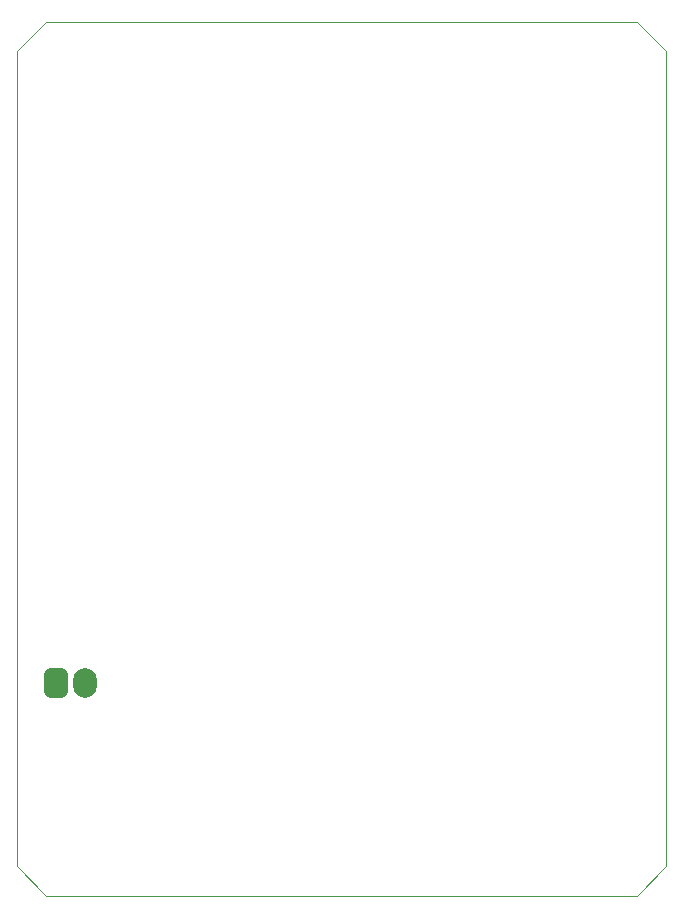
<source format=gbr>
%TF.GenerationSoftware,KiCad,Pcbnew,8.0.1-8.0.1-0~ubuntu20.04.1*%
%TF.CreationDate,2024-05-13T17:34:49+05:00*%
%TF.ProjectId,DeltaAnomalain,44656c74-6141-46e6-9f6d-616c61696e2e,rev?*%
%TF.SameCoordinates,Original*%
%TF.FileFunction,Paste,Bot*%
%TF.FilePolarity,Positive*%
%FSLAX46Y46*%
G04 Gerber Fmt 4.6, Leading zero omitted, Abs format (unit mm)*
G04 Created by KiCad (PCBNEW 8.0.1-8.0.1-0~ubuntu20.04.1) date 2024-05-13 17:34:49*
%MOMM*%
%LPD*%
G01*
G04 APERTURE LIST*
G04 Aperture macros list*
%AMRoundRect*
0 Rectangle with rounded corners*
0 $1 Rounding radius*
0 $2 $3 $4 $5 $6 $7 $8 $9 X,Y pos of 4 corners*
0 Add a 4 corners polygon primitive as box body*
4,1,4,$2,$3,$4,$5,$6,$7,$8,$9,$2,$3,0*
0 Add four circle primitives for the rounded corners*
1,1,$1+$1,$2,$3*
1,1,$1+$1,$4,$5*
1,1,$1+$1,$6,$7*
1,1,$1+$1,$8,$9*
0 Add four rect primitives between the rounded corners*
20,1,$1+$1,$2,$3,$4,$5,0*
20,1,$1+$1,$4,$5,$6,$7,0*
20,1,$1+$1,$6,$7,$8,$9,0*
20,1,$1+$1,$8,$9,$2,$3,0*%
G04 Aperture macros list end*
%ADD10RoundRect,0.500000X0.500000X-0.750000X0.500000X0.750000X-0.500000X0.750000X-0.500000X-0.750000X0*%
%ADD11O,2.000000X2.500000*%
%TA.AperFunction,Profile*%
%ADD12C,0.050000*%
%TD*%
G04 APERTURE END LIST*
D10*
%TO.C,J1*%
X191297349Y-114500000D03*
D11*
X193797349Y-114500000D03*
%TD*%
D12*
X243000000Y-130000000D02*
X240500000Y-132500000D01*
X188000000Y-130000000D02*
X188000000Y-61000000D01*
X240500000Y-58500000D02*
X243000000Y-61000000D01*
X190500000Y-132500000D02*
X188000000Y-130000000D01*
X240500000Y-132500000D02*
X190500000Y-132500000D01*
X188000000Y-61000000D02*
X190500000Y-58500000D01*
X243000000Y-61000000D02*
X243000000Y-130000000D01*
X190500000Y-58500000D02*
X240500000Y-58500000D01*
M02*

</source>
